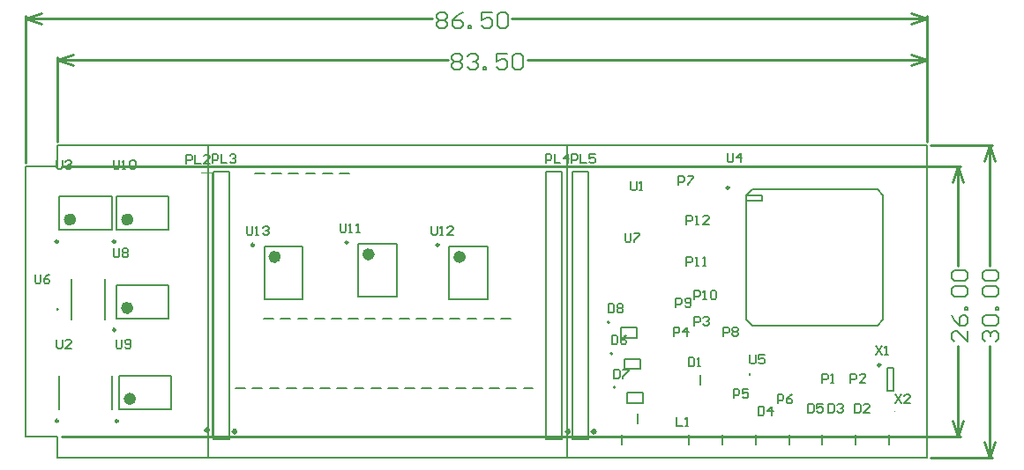
<source format=gto>
G04*
G04 #@! TF.GenerationSoftware,Altium Limited,Altium Designer,22.6.1 (34)*
G04*
G04 Layer_Color=65535*
%FSLAX25Y25*%
%MOIN*%
G70*
G04*
G04 #@! TF.SameCoordinates,4A999195-7229-471D-A063-F470427C1832*
G04*
G04*
G04 #@! TF.FilePolarity,Positive*
G04*
G01*
G75*
%ADD10C,0.00984*%
%ADD11C,0.00394*%
%ADD12C,0.02362*%
%ADD13C,0.00787*%
%ADD14C,0.01000*%
%ADD15C,0.00800*%
%ADD16C,0.00600*%
D10*
X12284Y13878D02*
G03*
X12284Y13878I-492J0D01*
G01*
X121752Y81496D02*
G03*
X121752Y81496I-492J0D01*
G01*
X156201Y80512D02*
G03*
X156201Y80512I-492J0D01*
G01*
X86319D02*
G03*
X86319Y80512I-492J0D01*
G01*
X323031Y35039D02*
G03*
X323031Y35039I-492J0D01*
G01*
X33937Y48327D02*
G03*
X33937Y48327I-492J0D01*
G01*
X34921Y13878D02*
G03*
X34921Y13878I-492J0D01*
G01*
X33937Y81791D02*
G03*
X33937Y81791I-492J0D01*
G01*
X265846Y102165D02*
G03*
X265846Y102165I-492J0D01*
G01*
X12284Y81791D02*
G03*
X12284Y81791I-492J0D01*
G01*
D11*
X328496Y17371D02*
G03*
X328496Y17371I-197J0D01*
G01*
X226350Y78394D02*
G03*
X226350Y78394I-197J0D01*
G01*
X228377Y97981D02*
G03*
X228377Y97981I-197J0D01*
G01*
X66461Y7894D02*
X70398D01*
Y107894D01*
X66461D02*
X70398D01*
D12*
X130709Y76968D02*
G03*
X130709Y76968I-1181J0D01*
G01*
X165157Y75984D02*
G03*
X165157Y75984I-1181J0D01*
G01*
X95276D02*
G03*
X95276Y75984I-1181J0D01*
G01*
X39567Y56693D02*
G03*
X39567Y56693I-1181J0D01*
G01*
X40551Y22244D02*
G03*
X40551Y22244I-1181J0D01*
G01*
X39567Y90158D02*
G03*
X39567Y90158I-1181J0D01*
G01*
X17913D02*
G03*
X17913Y90158I-1181J0D01*
G01*
D13*
X221850Y39370D02*
G03*
X221850Y39370I-394J0D01*
G01*
X222835Y26575D02*
G03*
X222835Y26575I-394J0D01*
G01*
X220571Y51181D02*
G03*
X220571Y51181I-394J0D01*
G01*
X204749Y25D02*
Y118135D01*
X68923Y25D02*
Y118135D01*
X12795Y18307D02*
Y30906D01*
X32480Y18307D02*
Y30906D01*
X17323Y52362D02*
Y67716D01*
X29921Y52362D02*
Y67716D01*
X125591Y60827D02*
Y80905D01*
X140157Y60827D02*
Y80905D01*
X125591D02*
X140157D01*
X125591Y60827D02*
X140157D01*
X160039Y59842D02*
Y79921D01*
X174606Y59842D02*
Y79921D01*
X160039D02*
X174606D01*
X160039Y59842D02*
X174606D01*
X90158D02*
Y79921D01*
X104724Y59842D02*
Y79921D01*
X90158D02*
X104724D01*
X90158Y59842D02*
X104724D01*
X226378Y37402D02*
X232283D01*
Y33465D02*
Y37402D01*
X226378Y33465D02*
X232283D01*
X226378D02*
Y37402D01*
X227362Y24606D02*
X233268D01*
Y20669D02*
Y24606D01*
X227362Y20669D02*
X233268D01*
X227362D02*
Y24606D01*
X225098Y49213D02*
X231004D01*
Y45276D02*
Y49213D01*
X225098Y45276D02*
X231004D01*
X225098D02*
Y49213D01*
X325590Y33858D02*
X327953D01*
X325590Y25197D02*
X327953D01*
X325590D02*
Y33858D01*
X327953Y25197D02*
Y33858D01*
X206646Y6842D02*
Y107343D01*
Y108343D01*
X212646D01*
Y6842D02*
Y108343D01*
X206646Y6842D02*
X212646D01*
X196803D02*
Y107343D01*
Y108343D01*
X202803D01*
Y6842D02*
Y108343D01*
X196803Y6842D02*
X202803D01*
X70819D02*
Y107343D01*
Y108343D01*
X76819D01*
Y6842D02*
Y108343D01*
X70819Y6842D02*
X76819D01*
X54134Y52756D02*
Y65354D01*
X34449Y52756D02*
Y65354D01*
X54134D01*
X34449Y52756D02*
X54134D01*
X55118Y18307D02*
Y30906D01*
X35433Y18307D02*
Y30906D01*
X55118D01*
X35433Y18307D02*
X55118D01*
X54134Y86221D02*
Y98819D01*
X34449Y86221D02*
Y98819D01*
X54134D01*
X34449Y86221D02*
X54134D01*
X272441Y97441D02*
X278346D01*
Y99410D01*
X272441D02*
X278346D01*
X321850Y50000D02*
X324016Y52165D01*
X272441D02*
X274606Y50000D01*
X321850Y101575D02*
X324016Y99410D01*
X272441D02*
X274606Y101575D01*
Y50000D02*
X321850D01*
X274606Y101575D02*
X321850D01*
X324016Y52165D02*
Y99410D01*
X272441Y52165D02*
Y99410D01*
X32480Y86221D02*
Y98819D01*
X12795Y86221D02*
Y98819D01*
X32480D01*
X12795Y86221D02*
X32480D01*
X328700Y23945D02*
X330930Y20600D01*
Y23945D02*
X328700Y20600D01*
X334276D02*
X332045D01*
X334276Y22830D01*
Y23388D01*
X333718Y23945D01*
X332603D01*
X332045Y23388D01*
X83500Y87645D02*
Y84858D01*
X84058Y84300D01*
X85173D01*
X85730Y84858D01*
Y87645D01*
X86845Y84300D02*
X87960D01*
X87403D01*
Y87645D01*
X86845Y87088D01*
X89633D02*
X90191Y87645D01*
X91306D01*
X91864Y87088D01*
Y86530D01*
X91306Y85973D01*
X90748D01*
X91306D01*
X91864Y85415D01*
Y84858D01*
X91306Y84300D01*
X90191D01*
X89633Y84858D01*
X153300Y87645D02*
Y84858D01*
X153858Y84300D01*
X154973D01*
X155530Y84858D01*
Y87645D01*
X156645Y84300D02*
X157761D01*
X157203D01*
Y87645D01*
X156645Y87088D01*
X161663Y84300D02*
X159433D01*
X161663Y86530D01*
Y87088D01*
X161106Y87645D01*
X159991D01*
X159433Y87088D01*
X118900Y88645D02*
Y85858D01*
X119458Y85300D01*
X120573D01*
X121130Y85858D01*
Y88645D01*
X122245Y85300D02*
X123361D01*
X122803D01*
Y88645D01*
X122245Y88088D01*
X125033Y85300D02*
X126148D01*
X125591D01*
Y88645D01*
X125033Y88088D01*
X226500Y84945D02*
Y82158D01*
X227058Y81600D01*
X228173D01*
X228730Y82158D01*
Y84945D01*
X229845D02*
X232076D01*
Y84388D01*
X229845Y82158D01*
Y81600D01*
X220200Y58145D02*
Y54800D01*
X221873D01*
X222430Y55358D01*
Y57588D01*
X221873Y58145D01*
X220200D01*
X223545Y57588D02*
X224103Y58145D01*
X225218D01*
X225776Y57588D01*
Y57030D01*
X225218Y56473D01*
X225776Y55915D01*
Y55358D01*
X225218Y54800D01*
X224103D01*
X223545Y55358D01*
Y55915D01*
X224103Y56473D01*
X223545Y57030D01*
Y57588D01*
X224103Y56473D02*
X225218D01*
X222400Y33445D02*
Y30100D01*
X224073D01*
X224630Y30658D01*
Y32888D01*
X224073Y33445D01*
X222400D01*
X225745D02*
X227976D01*
Y32888D01*
X225745Y30658D01*
Y30100D01*
X221500Y46245D02*
Y42900D01*
X223173D01*
X223730Y43458D01*
Y45688D01*
X223173Y46245D01*
X221500D01*
X227076D02*
X225960Y45688D01*
X224845Y44573D01*
Y43458D01*
X225403Y42900D01*
X226518D01*
X227076Y43458D01*
Y44015D01*
X226518Y44573D01*
X224845D01*
X321400Y42145D02*
X323630Y38800D01*
Y42145D02*
X321400Y38800D01*
X324745D02*
X325861D01*
X325303D01*
Y42145D01*
X324745Y41588D01*
X33200Y112645D02*
Y109858D01*
X33758Y109300D01*
X34873D01*
X35430Y109858D01*
Y112645D01*
X36545Y109300D02*
X37661D01*
X37103D01*
Y112645D01*
X36545Y112088D01*
X39333D02*
X39891Y112645D01*
X41006D01*
X41563Y112088D01*
Y109858D01*
X41006Y109300D01*
X39891D01*
X39333Y109858D01*
Y112088D01*
X34200Y44745D02*
Y41958D01*
X34758Y41400D01*
X35873D01*
X36430Y41958D01*
Y44745D01*
X37545Y41958D02*
X38103Y41400D01*
X39218D01*
X39776Y41958D01*
Y44188D01*
X39218Y44745D01*
X38103D01*
X37545Y44188D01*
Y43630D01*
X38103Y43073D01*
X39776D01*
X33200Y79145D02*
Y76358D01*
X33758Y75800D01*
X34873D01*
X35430Y76358D01*
Y79145D01*
X36545Y78588D02*
X37103Y79145D01*
X38218D01*
X38776Y78588D01*
Y78030D01*
X38218Y77473D01*
X38776Y76915D01*
Y76358D01*
X38218Y75800D01*
X37103D01*
X36545Y76358D01*
Y76915D01*
X37103Y77473D01*
X36545Y78030D01*
Y78588D01*
X37103Y77473D02*
X38218D01*
X3500Y69345D02*
Y66558D01*
X4058Y66000D01*
X5173D01*
X5730Y66558D01*
Y69345D01*
X9076D02*
X7960Y68788D01*
X6845Y67673D01*
Y66558D01*
X7403Y66000D01*
X8518D01*
X9076Y66558D01*
Y67115D01*
X8518Y67673D01*
X6845D01*
X273700Y38845D02*
Y36058D01*
X274258Y35500D01*
X275373D01*
X275930Y36058D01*
Y38845D01*
X279276D02*
X277045D01*
Y37173D01*
X278161Y37730D01*
X278718D01*
X279276Y37173D01*
Y36058D01*
X278718Y35500D01*
X277603D01*
X277045Y36058D01*
X265200Y115145D02*
Y112358D01*
X265758Y111800D01*
X266873D01*
X267430Y112358D01*
Y115145D01*
X270218Y111800D02*
Y115145D01*
X268545Y113473D01*
X270776D01*
X11600Y112645D02*
Y109858D01*
X12158Y109300D01*
X13273D01*
X13830Y109858D01*
Y112645D01*
X14945Y112088D02*
X15503Y112645D01*
X16618D01*
X17176Y112088D01*
Y111530D01*
X16618Y110973D01*
X16060D01*
X16618D01*
X17176Y110415D01*
Y109858D01*
X16618Y109300D01*
X15503D01*
X14945Y109858D01*
X11600Y44745D02*
Y41958D01*
X12158Y41400D01*
X13273D01*
X13830Y41958D01*
Y44745D01*
X17176Y41400D02*
X14945D01*
X17176Y43630D01*
Y44188D01*
X16618Y44745D01*
X15503D01*
X14945Y44188D01*
X228600Y104545D02*
Y101758D01*
X229158Y101200D01*
X230273D01*
X230830Y101758D01*
Y104545D01*
X231945Y101200D02*
X233061D01*
X232503D01*
Y104545D01*
X231945Y103988D01*
X206300Y111500D02*
Y114845D01*
X207973D01*
X208530Y114288D01*
Y113173D01*
X207973Y112615D01*
X206300D01*
X209645Y114845D02*
Y111500D01*
X211876D01*
X215221Y114845D02*
X212991D01*
Y113173D01*
X214106Y113730D01*
X214664D01*
X215221Y113173D01*
Y112058D01*
X214664Y111500D01*
X213548D01*
X212991Y112058D01*
X196500Y111500D02*
Y114845D01*
X198173D01*
X198730Y114288D01*
Y113173D01*
X198173Y112615D01*
X196500D01*
X199845Y114845D02*
Y111500D01*
X202076D01*
X204864D02*
Y114845D01*
X203191Y113173D01*
X205421D01*
X70500Y111500D02*
Y114845D01*
X72173D01*
X72730Y114288D01*
Y113173D01*
X72173Y112615D01*
X70500D01*
X73845Y114845D02*
Y111500D01*
X76076D01*
X77191Y114288D02*
X77748Y114845D01*
X78864D01*
X79421Y114288D01*
Y113730D01*
X78864Y113173D01*
X78306D01*
X78864D01*
X79421Y112615D01*
Y112058D01*
X78864Y111500D01*
X77748D01*
X77191Y112058D01*
X60600Y111400D02*
Y114745D01*
X62273D01*
X62830Y114188D01*
Y113073D01*
X62273Y112515D01*
X60600D01*
X63945Y114745D02*
Y111400D01*
X66176D01*
X69521D02*
X67291D01*
X69521Y113630D01*
Y114188D01*
X68963Y114745D01*
X67848D01*
X67291Y114188D01*
X249800Y88400D02*
Y91745D01*
X251473D01*
X252030Y91188D01*
Y90073D01*
X251473Y89515D01*
X249800D01*
X253145Y88400D02*
X254260D01*
X253703D01*
Y91745D01*
X253145Y91188D01*
X258163Y88400D02*
X255933D01*
X258163Y90630D01*
Y91188D01*
X257606Y91745D01*
X256491D01*
X255933Y91188D01*
X249800Y72700D02*
Y76045D01*
X251473D01*
X252030Y75488D01*
Y74373D01*
X251473Y73815D01*
X249800D01*
X253145Y72700D02*
X254260D01*
X253703D01*
Y76045D01*
X253145Y75488D01*
X255933Y72700D02*
X257048D01*
X256491D01*
Y76045D01*
X255933Y75488D01*
X252700Y59900D02*
Y63245D01*
X254373D01*
X254930Y62688D01*
Y61573D01*
X254373Y61015D01*
X252700D01*
X256045Y59900D02*
X257160D01*
X256603D01*
Y63245D01*
X256045Y62688D01*
X258833D02*
X259391Y63245D01*
X260506D01*
X261064Y62688D01*
Y60458D01*
X260506Y59900D01*
X259391D01*
X258833Y60458D01*
Y62688D01*
X245800Y57000D02*
Y60345D01*
X247473D01*
X248030Y59788D01*
Y58673D01*
X247473Y58115D01*
X245800D01*
X249145Y57558D02*
X249703Y57000D01*
X250818D01*
X251376Y57558D01*
Y59788D01*
X250818Y60345D01*
X249703D01*
X249145Y59788D01*
Y59230D01*
X249703Y58673D01*
X251376D01*
X263600Y46100D02*
Y49445D01*
X265273D01*
X265830Y48888D01*
Y47773D01*
X265273Y47215D01*
X263600D01*
X266945Y48888D02*
X267503Y49445D01*
X268618D01*
X269176Y48888D01*
Y48330D01*
X268618Y47773D01*
X269176Y47215D01*
Y46658D01*
X268618Y46100D01*
X267503D01*
X266945Y46658D01*
Y47215D01*
X267503Y47773D01*
X266945Y48330D01*
Y48888D01*
X267503Y47773D02*
X268618D01*
X246800Y103200D02*
Y106545D01*
X248473D01*
X249030Y105988D01*
Y104873D01*
X248473Y104315D01*
X246800D01*
X250145Y106545D02*
X252376D01*
Y105988D01*
X250145Y103758D01*
Y103200D01*
X284200Y20500D02*
Y23845D01*
X285873D01*
X286430Y23288D01*
Y22173D01*
X285873Y21615D01*
X284200D01*
X289776Y23845D02*
X288661Y23288D01*
X287545Y22173D01*
Y21058D01*
X288103Y20500D01*
X289218D01*
X289776Y21058D01*
Y21615D01*
X289218Y22173D01*
X287545D01*
X267500Y22500D02*
Y25845D01*
X269173D01*
X269730Y25288D01*
Y24173D01*
X269173Y23615D01*
X267500D01*
X273076Y25845D02*
X270845D01*
Y24173D01*
X271960Y24730D01*
X272518D01*
X273076Y24173D01*
Y23058D01*
X272518Y22500D01*
X271403D01*
X270845Y23058D01*
X244900Y46100D02*
Y49445D01*
X246573D01*
X247130Y48888D01*
Y47773D01*
X246573Y47215D01*
X244900D01*
X249918Y46100D02*
Y49445D01*
X248245Y47773D01*
X250476D01*
X252700Y50100D02*
Y53445D01*
X254373D01*
X254930Y52888D01*
Y51773D01*
X254373Y51215D01*
X252700D01*
X256045Y52888D02*
X256603Y53445D01*
X257718D01*
X258276Y52888D01*
Y52330D01*
X257718Y51773D01*
X257160D01*
X257718D01*
X258276Y51215D01*
Y50658D01*
X257718Y50100D01*
X256603D01*
X256045Y50658D01*
X311800Y28400D02*
Y31745D01*
X313473D01*
X314030Y31188D01*
Y30073D01*
X313473Y29515D01*
X311800D01*
X317376Y28400D02*
X315145D01*
X317376Y30630D01*
Y31188D01*
X316818Y31745D01*
X315703D01*
X315145Y31188D01*
X301000Y28400D02*
Y31745D01*
X302673D01*
X303230Y31188D01*
Y30073D01*
X302673Y29515D01*
X301000D01*
X304345Y28400D02*
X305461D01*
X304903D01*
Y31745D01*
X304345Y31188D01*
X246000Y15245D02*
Y11900D01*
X248230D01*
X249345D02*
X250461D01*
X249903D01*
Y15245D01*
X249345Y14688D01*
X295600Y20445D02*
Y17100D01*
X297273D01*
X297830Y17658D01*
Y19888D01*
X297273Y20445D01*
X295600D01*
X301176D02*
X298945D01*
Y18773D01*
X300061Y19330D01*
X300618D01*
X301176Y18773D01*
Y17658D01*
X300618Y17100D01*
X299503D01*
X298945Y17658D01*
X276900Y19445D02*
Y16100D01*
X278573D01*
X279130Y16658D01*
Y18888D01*
X278573Y19445D01*
X276900D01*
X281918Y16100D02*
Y19445D01*
X280245Y17773D01*
X282476D01*
X303400Y20445D02*
Y17100D01*
X305073D01*
X305630Y17658D01*
Y19888D01*
X305073Y20445D01*
X303400D01*
X306745Y19888D02*
X307303Y20445D01*
X308418D01*
X308976Y19888D01*
Y19330D01*
X308418Y18773D01*
X307860D01*
X308418D01*
X308976Y18215D01*
Y17658D01*
X308418Y17100D01*
X307303D01*
X306745Y17658D01*
X313300Y20445D02*
Y17100D01*
X314973D01*
X315530Y17658D01*
Y19888D01*
X314973Y20445D01*
X313300D01*
X318876Y17100D02*
X316645D01*
X318876Y19330D01*
Y19888D01*
X318318Y20445D01*
X317203D01*
X316645Y19888D01*
X250500Y37845D02*
Y34500D01*
X252173D01*
X252730Y35058D01*
Y37288D01*
X252173Y37845D01*
X250500D01*
X253845Y34500D02*
X254960D01*
X254403D01*
Y37845D01*
X253845Y37288D01*
X11836Y110261D02*
Y118135D01*
Y25D02*
Y7899D01*
X25D02*
X11836D01*
X25Y110261D02*
X11836D01*
Y25D02*
X340576D01*
Y118135D01*
X11836D02*
X340576D01*
X25Y7899D02*
Y110261D01*
D14*
X215353Y9843D02*
G03*
X215353Y9843I-707J0D01*
G01*
X205510D02*
G03*
X205510Y9843I-707J0D01*
G01*
X79526D02*
G03*
X79526Y9843I-707J0D01*
G01*
X69199Y10394D02*
G03*
X69199Y10394I-707J0D01*
G01*
X273685Y31543D02*
G03*
X273685Y31543I-141J0D01*
G01*
X12031Y56055D02*
G03*
X12031Y56055I-141J0D01*
G01*
X350362Y13874D02*
X352362Y7874D01*
X354362Y13874D01*
X352362Y110236D02*
X354362Y104236D01*
X350362D02*
X352362Y110236D01*
Y7874D02*
Y42360D01*
Y72551D02*
Y110236D01*
X13780Y7874D02*
X353362D01*
X13780Y110236D02*
X353362D01*
X11836Y150591D02*
X17836Y152591D01*
X11836Y150591D02*
X17836Y148591D01*
X334576D02*
X340576Y150591D01*
X334576Y152591D02*
X340576Y150591D01*
X11836D02*
X159511D01*
X189702D02*
X340576D01*
X11836Y119529D02*
Y151591D01*
X340576Y119529D02*
Y151591D01*
X364173Y118135D02*
X366173Y112135D01*
X362173D02*
X364173Y118135D01*
X362173Y6025D02*
X364173Y25D01*
X366173Y6025D01*
X364173Y72576D02*
Y118135D01*
Y25D02*
Y42384D01*
X341970Y118135D02*
X365173D01*
X341970Y25D02*
X365173D01*
X25Y166339D02*
X6025Y168339D01*
X25Y166339D02*
X6025Y164339D01*
X334576D02*
X340576Y166339D01*
X334576Y168339D02*
X340576Y166339D01*
X25D02*
X153605D01*
X183796D02*
X340576D01*
X25Y111655D02*
Y167339D01*
X340576Y119529D02*
Y167339D01*
D15*
X102825Y52533D02*
X106425D01*
X147625D02*
X151225D01*
X154025D02*
X157625D01*
X141225D02*
X144825D01*
X134825D02*
X138425D01*
X128425D02*
X132025D01*
X175382Y26225D02*
X178982D01*
X168982D02*
X172582D01*
X98582D02*
X102182D01*
X92182D02*
X95782D01*
X85782D02*
X89382D01*
X79382D02*
X82982D01*
X124182D02*
X127782D01*
X130582D02*
X134182D01*
X117782D02*
X121382D01*
X104982D02*
X108582D01*
X179625Y52533D02*
X183225D01*
X111382Y26225D02*
X114982D01*
X86616Y107651D02*
X90216D01*
X173225Y52533D02*
X176825D01*
X118616Y107651D02*
X122216D01*
X112216D02*
X115816D01*
X166825Y52533D02*
X170425D01*
X160425D02*
X164025D01*
X105816Y107651D02*
X109416D01*
X93016D02*
X96616D01*
X109225Y52533D02*
X112825D01*
X122025D02*
X125625D01*
X115625D02*
X119225D01*
X99416Y107651D02*
X103016D01*
X96425Y52533D02*
X100025D01*
X250557Y5090D02*
Y8690D01*
X225272Y5090D02*
Y8690D01*
X231299Y12964D02*
Y16564D01*
X263199Y5090D02*
Y8690D01*
X313769Y5090D02*
Y8690D01*
X326412Y5090D02*
Y8690D01*
X255020Y27728D02*
Y31328D01*
X275842Y5090D02*
Y8690D01*
X301127Y5090D02*
Y8690D01*
X288484Y5090D02*
Y8690D01*
X156182Y26225D02*
X159782D01*
X162582D02*
X166182D01*
X136982D02*
X140582D01*
X149782D02*
X153382D01*
X143382D02*
X146982D01*
X188182D02*
X191782D01*
X90025Y52533D02*
X93625D01*
X181782Y26225D02*
X185382D01*
D16*
X355961Y47958D02*
Y43960D01*
X351962Y47958D01*
X350963D01*
X349963Y46959D01*
Y44959D01*
X350963Y43960D01*
X349963Y53956D02*
X350963Y51957D01*
X352962Y49957D01*
X354961D01*
X355961Y50957D01*
Y52957D01*
X354961Y53956D01*
X353962D01*
X352962Y52957D01*
Y49957D01*
X355961Y55956D02*
X354961D01*
Y56955D01*
X355961D01*
Y55956D01*
X350963Y60954D02*
X349963Y61954D01*
Y63953D01*
X350963Y64953D01*
X354961D01*
X355961Y63953D01*
Y61954D01*
X354961Y60954D01*
X350963D01*
Y66952D02*
X349963Y67952D01*
Y69951D01*
X350963Y70951D01*
X354961D01*
X355961Y69951D01*
Y67952D01*
X354961Y66952D01*
X350963D01*
X161110Y151990D02*
X162110Y152990D01*
X164110D01*
X165109Y151990D01*
Y150990D01*
X164110Y149991D01*
X165109Y148991D01*
Y147991D01*
X164110Y146992D01*
X162110D01*
X161110Y147991D01*
Y148991D01*
X162110Y149991D01*
X161110Y150990D01*
Y151990D01*
X162110Y149991D02*
X164110D01*
X167109Y151990D02*
X168108Y152990D01*
X170107D01*
X171107Y151990D01*
Y150990D01*
X170107Y149991D01*
X169108D01*
X170107D01*
X171107Y148991D01*
Y147991D01*
X170107Y146992D01*
X168108D01*
X167109Y147991D01*
X173107Y146992D02*
Y147991D01*
X174106D01*
Y146992D01*
X173107D01*
X182104Y152990D02*
X178105D01*
Y149991D01*
X180104Y150990D01*
X181104D01*
X182104Y149991D01*
Y147991D01*
X181104Y146992D01*
X179105D01*
X178105Y147991D01*
X184103Y151990D02*
X185103Y152990D01*
X187102D01*
X188102Y151990D01*
Y147991D01*
X187102Y146992D01*
X185103D01*
X184103Y147991D01*
Y151990D01*
X362774Y43984D02*
X361774Y44984D01*
Y46984D01*
X362774Y47983D01*
X363773D01*
X364773Y46984D01*
Y45984D01*
Y46984D01*
X365773Y47983D01*
X366773D01*
X367772Y46984D01*
Y44984D01*
X366773Y43984D01*
X362774Y49983D02*
X361774Y50982D01*
Y52982D01*
X362774Y53981D01*
X366773D01*
X367772Y52982D01*
Y50982D01*
X366773Y49983D01*
X362774D01*
X367772Y55981D02*
X366773D01*
Y56980D01*
X367772D01*
Y55981D01*
X362774Y60979D02*
X361774Y61979D01*
Y63978D01*
X362774Y64978D01*
X366773D01*
X367772Y63978D01*
Y61979D01*
X366773Y60979D01*
X362774D01*
Y66977D02*
X361774Y67977D01*
Y69976D01*
X362774Y70976D01*
X366773D01*
X367772Y69976D01*
Y67977D01*
X366773Y66977D01*
X362774D01*
X155205Y167738D02*
X156205Y168738D01*
X158204D01*
X159204Y167738D01*
Y166738D01*
X158204Y165739D01*
X159204Y164739D01*
Y163739D01*
X158204Y162740D01*
X156205D01*
X155205Y163739D01*
Y164739D01*
X156205Y165739D01*
X155205Y166738D01*
Y167738D01*
X156205Y165739D02*
X158204D01*
X165202Y168738D02*
X163202Y167738D01*
X161203Y165739D01*
Y163739D01*
X162203Y162740D01*
X164202D01*
X165202Y163739D01*
Y164739D01*
X164202Y165739D01*
X161203D01*
X167201Y162740D02*
Y163739D01*
X168201D01*
Y162740D01*
X167201D01*
X176198Y168738D02*
X172199D01*
Y165739D01*
X174199Y166738D01*
X175198D01*
X176198Y165739D01*
Y163739D01*
X175198Y162740D01*
X173199D01*
X172199Y163739D01*
X178198Y167738D02*
X179197Y168738D01*
X181196D01*
X182196Y167738D01*
Y163739D01*
X181196Y162740D01*
X179197D01*
X178198Y163739D01*
Y167738D01*
M02*

</source>
